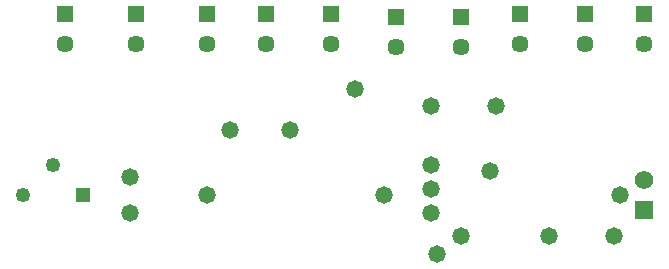
<source format=gbs>
G04*
G04 #@! TF.GenerationSoftware,Altium Limited,Altium Designer,24.5.2 (23)*
G04*
G04 Layer_Color=16711935*
%FSLAX44Y44*%
%MOMM*%
G71*
G04*
G04 #@! TF.SameCoordinates,DE00AD7B-9573-4419-8703-1480E7219BD1*
G04*
G04*
G04 #@! TF.FilePolarity,Negative*
G04*
G01*
G75*
%ADD24C,1.5700*%
%ADD25R,1.5700X1.5700*%
%ADD26R,1.4500X1.4500*%
%ADD27C,1.4500*%
%ADD28R,1.2500X1.2500*%
%ADD29C,1.2500*%
%ADD30C,1.4732*%
D24*
X570000Y72700D02*
D03*
D25*
Y47300D02*
D03*
D26*
X140000Y212700D02*
D03*
X570000D02*
D03*
X415000Y210400D02*
D03*
X520000Y212700D02*
D03*
X465000D02*
D03*
X360000Y210400D02*
D03*
X305000Y212700D02*
D03*
X250000D02*
D03*
X200000D02*
D03*
X80000D02*
D03*
D27*
X140000Y187300D02*
D03*
X570000D02*
D03*
X415000Y185000D02*
D03*
X520000Y187300D02*
D03*
X465000D02*
D03*
X360000Y185000D02*
D03*
X305000Y187300D02*
D03*
X250000D02*
D03*
X200000D02*
D03*
X80000D02*
D03*
D28*
X95400Y60150D02*
D03*
D29*
X44600D02*
D03*
X70000Y85550D02*
D03*
D30*
X350000Y60000D02*
D03*
X390000Y85000D02*
D03*
X220000Y115000D02*
D03*
X550000Y60000D02*
D03*
X270000Y115000D02*
D03*
X390000Y65000D02*
D03*
Y45000D02*
D03*
X135000D02*
D03*
Y75000D02*
D03*
X395000Y10000D02*
D03*
X440000Y80000D02*
D03*
X545000Y25000D02*
D03*
X490000D02*
D03*
X415000D02*
D03*
X325000Y150000D02*
D03*
X200000Y60000D02*
D03*
X445000Y135000D02*
D03*
X390000D02*
D03*
M02*

</source>
